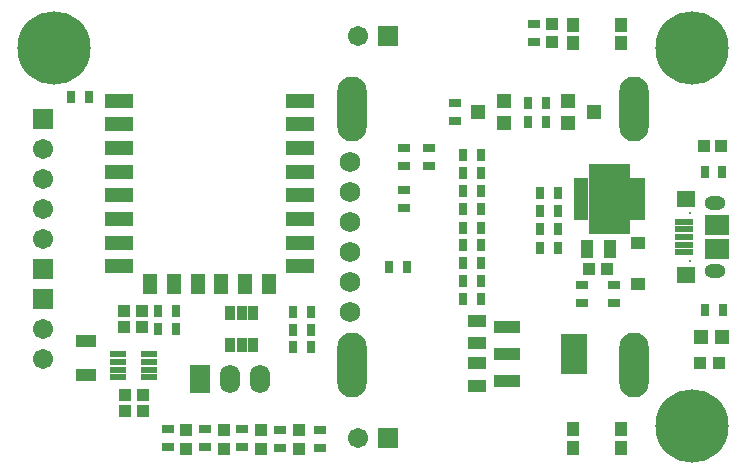
<source format=gts>
G04*
G04 #@! TF.GenerationSoftware,Altium Limited,Altium Designer,19.0.5 (141)*
G04*
G04 Layer_Color=8388736*
%FSAX25Y25*%
%MOIN*%
G70*
G01*
G75*
%ADD41R,0.05906X0.01968*%
%ADD42R,0.04540X0.01981*%
%ADD43R,0.04343X0.03162*%
%ADD44R,0.03162X0.04343*%
%ADD45R,0.03950X0.03950*%
%ADD46R,0.03556X0.04737*%
%ADD47R,0.05524X0.02375*%
%ADD48R,0.07099X0.04343*%
%ADD49R,0.03950X0.03950*%
%ADD50R,0.09658X0.04737*%
%ADD51R,0.04737X0.06706*%
%ADD52R,0.04737X0.04540*%
%ADD53R,0.04343X0.05918*%
%ADD54R,0.04540X0.04343*%
%ADD55R,0.01981X0.04540*%
%ADD56R,0.13989X0.13989*%
%ADD57R,0.09068X0.13398*%
%ADD58R,0.09068X0.04343*%
%ADD59R,0.05918X0.04343*%
%ADD60R,0.04343X0.04737*%
%ADD61R,0.04737X0.04737*%
%ADD62R,0.08280X0.06902*%
%ADD63R,0.06312X0.05524*%
%ADD64O,0.09855X0.21666*%
%ADD65C,0.06800*%
%ADD66O,0.06706X0.09461*%
%ADD67R,0.06706X0.09461*%
%ADD68C,0.06706*%
%ADD69R,0.06706X0.06706*%
%ADD70R,0.00800X0.00800*%
%ADD71O,0.07099X0.04737*%
%ADD72R,0.06706X0.06706*%
%ADD73C,0.24422*%
%ADD74C,0.02769*%
D41*
X0579828Y0194291D02*
D03*
Y0196850D02*
D03*
Y0201969D02*
D03*
Y0199409D02*
D03*
Y0191732D02*
D03*
D42*
X0545710Y0207540D02*
D03*
Y0209509D02*
D03*
X0564607Y0215414D02*
D03*
Y0213446D02*
D03*
Y0211477D02*
D03*
Y0209509D02*
D03*
Y0207540D02*
D03*
Y0205572D02*
D03*
Y0203603D02*
D03*
X0545710D02*
D03*
Y0205572D02*
D03*
Y0211477D02*
D03*
Y0213446D02*
D03*
Y0215414D02*
D03*
D43*
X0486500Y0206500D02*
D03*
Y0212405D02*
D03*
X0445225Y0126713D02*
D03*
Y0132618D02*
D03*
X0432740Y0126917D02*
D03*
Y0132823D02*
D03*
X0420254Y0132823D02*
D03*
Y0126917D02*
D03*
X0407768Y0132823D02*
D03*
Y0126917D02*
D03*
X0495000Y0220547D02*
D03*
Y0226453D02*
D03*
X0486500Y0220547D02*
D03*
Y0226453D02*
D03*
X0556500Y0175047D02*
D03*
Y0180953D02*
D03*
X0546000Y0174837D02*
D03*
Y0180742D02*
D03*
X0458500Y0132453D02*
D03*
Y0126547D02*
D03*
X0530000Y0262047D02*
D03*
Y0267953D02*
D03*
X0503500Y0235680D02*
D03*
Y0241585D02*
D03*
D44*
X0512238Y0224155D02*
D03*
X0506332D02*
D03*
X0512238Y0218155D02*
D03*
X0506332D02*
D03*
X0512238Y0212188D02*
D03*
X0506332D02*
D03*
X0512238Y0188217D02*
D03*
X0506332D02*
D03*
X0512238Y0182112D02*
D03*
X0506332D02*
D03*
X0410453Y0172229D02*
D03*
X0404547D02*
D03*
X0410453Y0166220D02*
D03*
X0404547D02*
D03*
X0449569Y0160100D02*
D03*
X0455474D02*
D03*
X0455474Y0166024D02*
D03*
X0449568D02*
D03*
X0455474Y0172024D02*
D03*
X0449568D02*
D03*
X0375547Y0243500D02*
D03*
X0381453D02*
D03*
X0527950Y0235329D02*
D03*
X0533855D02*
D03*
X0533855Y0241595D02*
D03*
X0527950D02*
D03*
X0537954Y0205521D02*
D03*
X0532048D02*
D03*
X0537954Y0211426D02*
D03*
X0532048D02*
D03*
X0532048Y0199500D02*
D03*
X0537954D02*
D03*
X0532048Y0193315D02*
D03*
X0537954D02*
D03*
X0512238Y0206155D02*
D03*
X0506332D02*
D03*
X0512238Y0200000D02*
D03*
X0506332D02*
D03*
X0512238Y0194165D02*
D03*
X0506332D02*
D03*
X0506332Y0176146D02*
D03*
X0512238D02*
D03*
X0487453Y0186900D02*
D03*
X0481547D02*
D03*
X0587047Y0172441D02*
D03*
X0592953D02*
D03*
X0586774Y0218504D02*
D03*
X0592679D02*
D03*
D45*
X0393200Y0172317D02*
D03*
X0399105D02*
D03*
X0393200Y0166935D02*
D03*
X0399105D02*
D03*
X0399447Y0144325D02*
D03*
X0393541D02*
D03*
X0399447Y0138825D02*
D03*
X0393541D02*
D03*
X0554274Y0186221D02*
D03*
X0548369D02*
D03*
X0585350Y0155000D02*
D03*
X0591650D02*
D03*
X0586524Y0227276D02*
D03*
X0592429D02*
D03*
D46*
X0436240Y0160807D02*
D03*
X0432500D02*
D03*
X0428760D02*
D03*
Y0171634D02*
D03*
X0432500D02*
D03*
X0436240D02*
D03*
D47*
X0391300Y0157771D02*
D03*
Y0155212D02*
D03*
Y0152653D02*
D03*
Y0150094D02*
D03*
X0401536D02*
D03*
Y0152653D02*
D03*
Y0155212D02*
D03*
Y0157771D02*
D03*
D48*
X0380700Y0162309D02*
D03*
Y0150891D02*
D03*
D49*
X0451468Y0126122D02*
D03*
Y0132421D02*
D03*
X0438982Y0126221D02*
D03*
Y0132520D02*
D03*
X0426497Y0126221D02*
D03*
Y0132520D02*
D03*
X0414011Y0126221D02*
D03*
Y0132520D02*
D03*
X0536000Y0267953D02*
D03*
Y0262047D02*
D03*
D50*
X0451772Y0187165D02*
D03*
Y0195039D02*
D03*
Y0202913D02*
D03*
Y0210787D02*
D03*
Y0218661D02*
D03*
Y0226535D02*
D03*
Y0234409D02*
D03*
Y0242284D02*
D03*
X0391732D02*
D03*
Y0234409D02*
D03*
Y0226535D02*
D03*
Y0218661D02*
D03*
Y0210787D02*
D03*
Y0202913D02*
D03*
Y0195039D02*
D03*
Y0187165D02*
D03*
D51*
X0402067Y0181260D02*
D03*
X0409941D02*
D03*
X0417815D02*
D03*
X0425689D02*
D03*
X0433563D02*
D03*
X0441437D02*
D03*
D52*
X0519994Y0234892D02*
D03*
X0519994Y0242372D02*
D03*
X0511136Y0238632D02*
D03*
X0541136Y0242372D02*
D03*
X0541136Y0234892D02*
D03*
X0549994Y0238632D02*
D03*
D53*
X0555161Y0193039D02*
D03*
X0547681D02*
D03*
D54*
X0564607Y0181110D02*
D03*
Y0194890D02*
D03*
D55*
X0549253Y0218957D02*
D03*
X0551221D02*
D03*
X0553190D02*
D03*
X0555158D02*
D03*
X0557127D02*
D03*
X0559095D02*
D03*
X0561064D02*
D03*
Y0200060D02*
D03*
X0559095D02*
D03*
X0557127D02*
D03*
X0555158D02*
D03*
X0553190D02*
D03*
X0551221D02*
D03*
X0549253D02*
D03*
D56*
X0555158Y0209509D02*
D03*
D57*
X0543265Y0157794D02*
D03*
D58*
X0520825Y0148739D02*
D03*
Y0157794D02*
D03*
Y0166849D02*
D03*
D59*
X0510878Y0168969D02*
D03*
Y0161489D02*
D03*
Y0147380D02*
D03*
Y0154861D02*
D03*
D60*
X0542858Y0132799D02*
D03*
X0559000D02*
D03*
Y0126500D02*
D03*
X0542858D02*
D03*
Y0267717D02*
D03*
X0559000D02*
D03*
Y0261417D02*
D03*
X0542858D02*
D03*
D61*
X0592543Y0163692D02*
D03*
X0585457D02*
D03*
D62*
X0591048Y0200886D02*
D03*
Y0192815D02*
D03*
D63*
X0580713Y0209449D02*
D03*
Y0184252D02*
D03*
D64*
X0563386Y0154291D02*
D03*
Y0239409D02*
D03*
X0469291D02*
D03*
Y0154291D02*
D03*
D65*
X0468504Y0181850D02*
D03*
Y0191850D02*
D03*
Y0201850D02*
D03*
Y0211850D02*
D03*
Y0171850D02*
D03*
Y0221850D02*
D03*
D66*
X0438500Y0149500D02*
D03*
X0428500D02*
D03*
D67*
X0418500D02*
D03*
D68*
X0471380Y0263779D02*
D03*
Y0129921D02*
D03*
X0366142Y0226220D02*
D03*
Y0216220D02*
D03*
Y0206221D02*
D03*
Y0196221D02*
D03*
Y0156220D02*
D03*
Y0166220D02*
D03*
D69*
X0481380Y0263779D02*
D03*
Y0129921D02*
D03*
D70*
X0581794Y0204811D02*
D03*
Y0188866D02*
D03*
D71*
X0590259Y0208169D02*
D03*
Y0185531D02*
D03*
D72*
X0366142Y0236221D02*
D03*
Y0186221D02*
D03*
Y0176221D02*
D03*
D73*
X0582677Y0259842D02*
D03*
Y0133858D02*
D03*
X0370079Y0259842D02*
D03*
D74*
X0557658Y0207009D02*
D03*
X0555158Y0209509D02*
D03*
X0552658Y0207009D02*
D03*
X0557658Y0212009D02*
D03*
X0552658D02*
D03*
M02*

</source>
